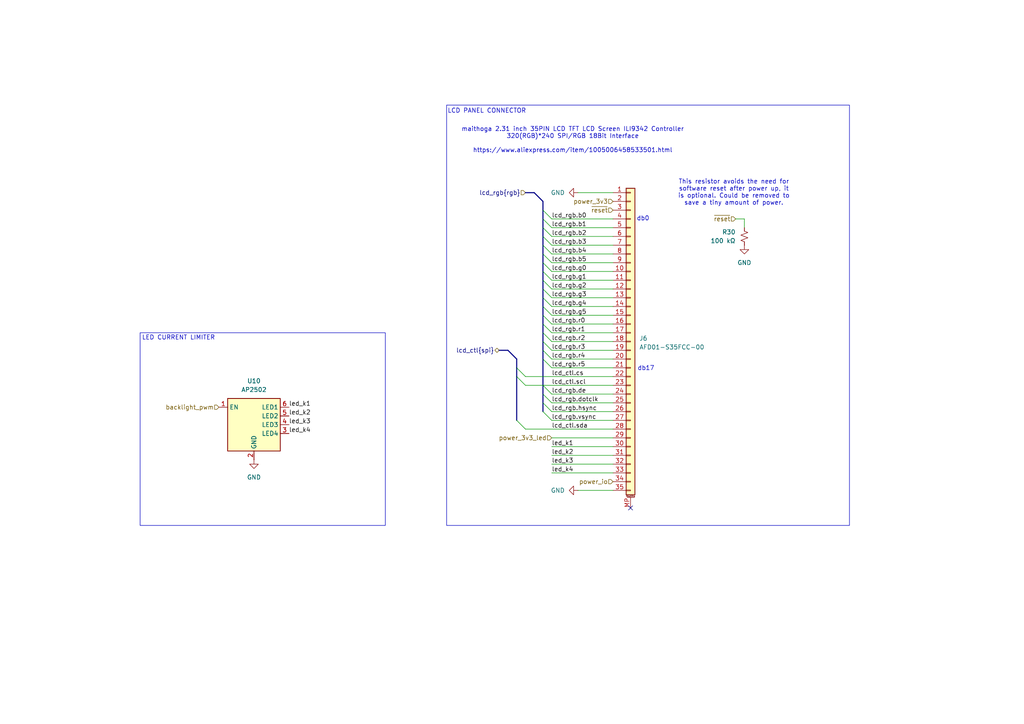
<source format=kicad_sch>
(kicad_sch (version 20250114) (generator "eeschema") (generator_version "9.0")
  (paper "A4")
  (title_block (title "LCD FPC connector & backlight driver") (date "2024-11-14") (rev "Rev1") (comment 1 "Author: Aidan MacDonald"))
  (lib_symbols
    (symbol "Connector_Generic_MountingPin:Conn_01x35_MountingPin" (pin_names (offset 1.016) (hide yes))
      (property "Reference" "J" (at 0 45.72 0))
      (property "Value" "Conn_01x35_MountingPin" (at 1.27 -45.72 0))
      (symbol "Conn_01x35_MountingPin_1_1"
        (rectangle (start -1.27 44.45) (end 1.27 -44.45) (stroke (width 0.254)) (fill (type background)))
        (rectangle (start -1.27 43.307) (end 0 43.053) (stroke (width 0.1524)))
        (rectangle (start -1.27 40.767) (end 0 40.513) (stroke (width 0.1524)))
        (rectangle (start -1.27 38.227) (end 0 37.973) (stroke (width 0.1524)))
        (rectangle (start -1.27 35.687) (end 0 35.433) (stroke (width 0.1524)))
        (rectangle (start -1.27 33.147) (end 0 32.893) (stroke (width 0.1524)))
        (rectangle (start -1.27 30.607) (end 0 30.353) (stroke (width 0.1524)))
        (rectangle (start -1.27 28.067) (end 0 27.813) (stroke (width 0.1524)))
        (rectangle (start -1.27 25.527) (end 0 25.273) (stroke (width 0.1524)))
        (rectangle (start -1.27 22.987) (end 0 22.733) (stroke (width 0.1524)))
        (rectangle (start -1.27 20.447) (end 0 20.193) (stroke (width 0.1524)))
        (rectangle (start -1.27 17.907) (end 0 17.653) (stroke (width 0.1524)))
        (rectangle (start -1.27 15.367) (end 0 15.113) (stroke (width 0.1524)))
        (rectangle (start -1.27 12.827) (end 0 12.573) (stroke (width 0.1524)))
        (rectangle (start -1.27 10.287) (end 0 10.033) (stroke (width 0.1524)))
        (rectangle (start -1.27 7.747) (end 0 7.493) (stroke (width 0.1524)))
        (rectangle (start -1.27 5.207) (end 0 4.953) (stroke (width 0.1524)))
        (rectangle (start -1.27 2.667) (end 0 2.413) (stroke (width 0.1524)))
        (rectangle (start -1.27 0.127) (end 0 -0.127) (stroke (width 0.1524)))
        (rectangle (start -1.27 -2.413) (end 0 -2.667) (stroke (width 0.1524)))
        (rectangle (start -1.27 -4.953) (end 0 -5.207) (stroke (width 0.1524)))
        (rectangle (start -1.27 -7.493) (end 0 -7.747) (stroke (width 0.1524)))
        (rectangle (start -1.27 -10.033) (end 0 -10.287) (stroke (width 0.1524)))
        (rectangle (start -1.27 -12.573) (end 0 -12.827) (stroke (width 0.1524)))
        (rectangle (start -1.27 -15.113) (end 0 -15.367) (stroke (width 0.1524)))
        (rectangle (start -1.27 -17.653) (end 0 -17.907) (stroke (width 0.1524)))
        (rectangle (start -1.27 -20.193) (end 0 -20.447) (stroke (width 0.1524)))
        (rectangle (start -1.27 -22.733) (end 0 -22.987) (stroke (width 0.1524)))
        (rectangle (start -1.27 -25.273) (end 0 -25.527) (stroke (width 0.1524)))
        (rectangle (start -1.27 -27.813) (end 0 -28.067) (stroke (width 0.1524)))
        (rectangle (start -1.27 -30.353) (end 0 -30.607) (stroke (width 0.1524)))
        (rectangle (start -1.27 -32.893) (end 0 -33.147) (stroke (width 0.1524)))
        (rectangle (start -1.27 -35.433) (end 0 -35.687) (stroke (width 0.1524)))
        (rectangle (start -1.27 -37.973) (end 0 -38.227) (stroke (width 0.1524)))
        (rectangle (start -1.27 -40.513) (end 0 -40.767) (stroke (width 0.1524)))
        (rectangle (start -1.27 -43.053) (end 0 -43.307) (stroke (width 0.1524)))
        (polyline (pts (xy -1.016 -45.212) (xy 1.016 -45.212)) (stroke (width 0.1524)))
        (text "Mounting" (at 0 -44.831 0) (effects (font (size 0.381 0.381))))
        (pin passive line (at -5.08 43.18 0) (length 3.81) (name "Pin_1") (number "1"))
        (pin passive line (at -5.08 40.64 0) (length 3.81) (name "Pin_2") (number "2"))
        (pin passive line (at -5.08 38.1 0) (length 3.81) (name "Pin_3") (number "3"))
        (pin passive line (at -5.08 35.56 0) (length 3.81) (name "Pin_4") (number "4"))
        (pin passive line (at -5.08 33.02 0) (length 3.81) (name "Pin_5") (number "5"))
        (pin passive line (at -5.08 30.48 0) (length 3.81) (name "Pin_6") (number "6"))
        (pin passive line (at -5.08 27.94 0) (length 3.81) (name "Pin_7") (number "7"))
        (pin passive line (at -5.08 25.4 0) (length 3.81) (name "Pin_8") (number "8"))
        (pin passive line (at -5.08 22.86 0) (length 3.81) (name "Pin_9") (number "9"))
        (pin passive line (at -5.08 20.32 0) (length 3.81) (name "Pin_10") (number "10"))
        (pin passive line (at -5.08 17.78 0) (length 3.81) (name "Pin_11") (number "11"))
        (pin passive line (at -5.08 15.24 0) (length 3.81) (name "Pin_12") (number "12"))
        (pin passive line (at -5.08 12.7 0) (length 3.81) (name "Pin_13") (number "13"))
        (pin passive line (at -5.08 10.16 0) (length 3.81) (name "Pin_14") (number "14"))
        (pin passive line (at -5.08 7.62 0) (length 3.81) (name "Pin_15") (number "15"))
        (pin passive line (at -5.08 5.08 0) (length 3.81) (name "Pin_16") (number "16"))
        (pin passive line (at -5.08 2.54 0) (length 3.81) (name "Pin_17") (number "17"))
        (pin passive line (at -5.08 0 0) (length 3.81) (name "Pin_18") (number "18"))
        (pin passive line (at -5.08 -2.54 0) (length 3.81) (name "Pin_19") (number "19"))
        (pin passive line (at -5.08 -5.08 0) (length 3.81) (name "Pin_20") (number "20"))
        (pin passive line (at -5.08 -7.62 0) (length 3.81) (name "Pin_21") (number "21"))
        (pin passive line (at -5.08 -10.16 0) (length 3.81) (name "Pin_22") (number "22"))
        (pin passive line (at -5.08 -12.7 0) (length 3.81) (name "Pin_23") (number "23"))
        (pin passive line (at -5.08 -15.24 0) (length 3.81) (name "Pin_24") (number "24"))
        (pin passive line (at -5.08 -17.78 0) (length 3.81) (name "Pin_25") (number "25"))
        (pin passive line (at -5.08 -20.32 0) (length 3.81) (name "Pin_26") (number "26"))
        (pin passive line (at -5.08 -22.86 0) (length 3.81) (name "Pin_27") (number "27"))
        (pin passive line (at -5.08 -25.4 0) (length 3.81) (name "Pin_28") (number "28"))
        (pin passive line (at -5.08 -27.94 0) (length 3.81) (name "Pin_29") (number "29"))
        (pin passive line (at -5.08 -30.48 0) (length 3.81) (name "Pin_30") (number "30"))
        (pin passive line (at -5.08 -33.02 0) (length 3.81) (name "Pin_31") (number "31"))
        (pin passive line (at -5.08 -35.56 0) (length 3.81) (name "Pin_32") (number "32"))
        (pin passive line (at -5.08 -38.1 0) (length 3.81) (name "Pin_33") (number "33"))
        (pin passive line (at -5.08 -40.64 0) (length 3.81) (name "Pin_34") (number "34"))
        (pin passive line (at -5.08 -43.18 0) (length 3.81) (name "Pin_35") (number "35"))
        (pin passive line (at 0 -48.26 90) (length 3.048) (name "MountPin") (number "MP"))
      )
    )
    (symbol "Device:R_Small_US" (pin_numbers (hide yes)) (pin_names (offset 0.254) (hide yes))
      (property "Reference" "R" (at 0.762 0.508 0))
      (property "Value" "R_Small_US" (at 0.762 -1.016 0))
      (symbol "R_Small_US_1_1"
        (polyline (pts (xy 0 1.524) (xy 1.016 1.143) (xy 0 0.762) (xy -1.016 0.381) (xy 0 0)))
        (polyline (pts (xy 0 0) (xy 1.016 -0.381) (xy 0 -0.762) (xy -1.016 -1.143) (xy 0 -1.524)))
        (pin passive line (at 0 2.54 270) (length 1.016) (name "~") (number "1"))
        (pin passive line (at 0 -2.54 90) (length 1.016) (name "~") (number "2"))
      )
    )
    (symbol "echoplayer:AP2502"
      (property "Reference" "U" (at 4.318 11.43 0))
      (property "Value" "AP2502" (at 7.366 9.144 0))
      (symbol "AP2502_0_1"
        (rectangle (start -7.62 7.62) (end 7.62 -7.62) (stroke (width 0.254)) (fill (type background)))
      )
      (symbol "AP2502_1_1"
        (pin input line (at -10.16 5.08 0) (length 2.54) (name "EN") (number "1"))
        (pin power_in line (at 0 -10.16 90) (length 2.54) (name "GND") (number "2"))
        (pin passive line (at 10.16 5.08 180) (length 2.54) (name "LED1") (number "6"))
        (pin input line (at 10.16 2.54 180) (length 2.54) (name "LED2") (number "5"))
        (pin passive line (at 10.16 0 180) (length 2.54) (name "LED3") (number "4"))
        (pin passive line (at 10.16 -2.54 180) (length 2.54) (name "LED4") (number "3"))
      )
    )
    (symbol "power:GND" (power) (pin_numbers (hide yes)) (pin_names (offset 0) (hide yes))
      (property "Value" "GND" (at 0 -3.81 0))
      (symbol "GND_0_1"
        (polyline (pts (xy 0 0) (xy 0 -1.27) (xy 1.27 -1.27) (xy 0 -2.54) (xy -1.27 -1.27) (xy 0 -1.27)))
      )
      (symbol "GND_1_1"
        (pin power_in line (at 0 0 270) (length 0) (name "~") (number "1"))
      )
    )
  )
  (rectangle (start 129.54 30.48) (end 246.38 152.4))
  (rectangle (start 40.64 96.52) (end 111.76 152.4))
  (text "LCD PANEL CONNECTOR" (at 129.794 32.258 0) (effects (font (size 1.27 1.27)) (justify left)))
  (text "LED CURRENT LIMITER" (at 41.148 98.044 0) (effects (font (size 1.27 1.27)) (justify left)))
  (text "maithoga 2.31 inch 35PIN LCD TFT LCD Screen ILI9342 Controller\n320(RGB)*240 SPI/RGB 18Bit Interface\n\nhttps://www.aliexpress.com/item/1005006458533501.html" (at 166.116 40.64 0) (effects (font (size 1.27 1.27))))
  (text "db0" (at 184.658 62.738 0) (effects (font (size 1.27 1.27)) (justify left top)))
  (text "This resistor avoids the need for\nsoftware reset after power up, it\nis optional. Could be removed to\nsave a tiny amount of power." (at 212.852 55.88 0) (effects (font (size 1.27 1.27))))
  (text "db17" (at 184.912 106.172 0) (effects (font (size 1.27 1.27)) (justify left top)))
  (no_connect (at 182.88 147.32))
  (bus_entry (at 157.48 99.06) (size 2.54 2.54))
  (bus_entry (at 157.48 93.98) (size 2.54 2.54))
  (bus_entry (at 157.48 71.12) (size 2.54 2.54))
  (bus_entry (at 149.86 109.22) (size 2.54 2.54))
  (bus_entry (at 157.48 73.66) (size 2.54 2.54))
  (bus_entry (at 157.48 96.52) (size 2.54 2.54))
  (bus_entry (at 157.48 76.2) (size 2.54 2.54))
  (bus_entry (at 157.48 60.96) (size 2.54 2.54))
  (bus_entry (at 149.86 121.92) (size 2.54 2.54))
  (bus_entry (at 157.48 111.76) (size 2.54 2.54))
  (bus_entry (at 157.48 104.14) (size 2.54 2.54))
  (bus_entry (at 157.48 91.44) (size 2.54 2.54))
  (bus_entry (at 157.48 119.38) (size 2.54 2.54))
  (bus_entry (at 157.48 78.74) (size 2.54 2.54))
  (bus_entry (at 157.48 66.04) (size 2.54 2.54))
  (bus_entry (at 157.48 88.9) (size 2.54 2.54))
  (bus_entry (at 157.48 63.5) (size 2.54 2.54))
  (bus_entry (at 157.48 116.84) (size 2.54 2.54))
  (bus_entry (at 157.48 101.6) (size 2.54 2.54))
  (bus_entry (at 157.48 114.3) (size 2.54 2.54))
  (bus_entry (at 157.48 86.36) (size 2.54 2.54))
  (bus_entry (at 157.48 83.82) (size 2.54 2.54))
  (bus_entry (at 157.48 68.58) (size 2.54 2.54))
  (bus_entry (at 149.86 106.68) (size 2.54 2.54))
  (bus_entry (at 157.48 81.28) (size 2.54 2.54))
  (bus (pts (xy 157.48 91.44) (xy 157.48 93.98)))
  (wire (pts (xy 160.02 121.92) (xy 177.8 121.92)))
  (bus (pts (xy 157.48 60.96) (xy 157.48 63.5)))
  (bus (pts (xy 157.48 88.9) (xy 157.48 91.44)))
  (bus (pts (xy 147.32 101.6) (xy 149.86 104.14)))
  (wire (pts (xy 160.02 106.68) (xy 177.8 106.68)))
  (bus (pts (xy 157.48 68.58) (xy 157.48 71.12)))
  (wire (pts (xy 160.02 66.04) (xy 177.8 66.04)))
  (bus (pts (xy 149.86 106.68) (xy 149.86 109.22)))
  (wire (pts (xy 213.36 63.5) (xy 215.9 63.5)))
  (wire (pts (xy 160.02 127) (xy 177.8 127)))
  (wire (pts (xy 160.02 129.54) (xy 177.8 129.54)))
  (wire (pts (xy 160.02 71.12) (xy 177.8 71.12)))
  (wire (pts (xy 157.48 111.76) (xy 177.8 111.76)))
  (bus (pts (xy 149.86 109.22) (xy 149.86 121.92)))
  (wire (pts (xy 160.02 68.58) (xy 177.8 68.58)))
  (wire (pts (xy 160.02 91.44) (xy 177.8 91.44)))
  (bus (pts (xy 152.4 55.88) (xy 154.94 55.88)))
  (wire (pts (xy 160.02 104.14) (xy 177.8 104.14)))
  (bus (pts (xy 157.48 73.66) (xy 157.48 76.2)))
  (bus (pts (xy 157.48 83.82) (xy 157.48 86.36)))
  (bus (pts (xy 157.48 116.84) (xy 157.48 119.38)))
  (bus (pts (xy 157.48 66.04) (xy 157.48 68.58)))
  (wire (pts (xy 160.02 132.08) (xy 177.8 132.08)))
  (wire (pts (xy 152.4 111.76) (xy 157.48 111.76)))
  (bus (pts (xy 157.48 104.14) (xy 157.48 111.76)))
  (wire (pts (xy 160.02 76.2) (xy 177.8 76.2)))
  (bus (pts (xy 157.48 81.28) (xy 157.48 83.82)))
  (wire (pts (xy 160.02 137.16) (xy 177.8 137.16)))
  (bus (pts (xy 157.48 114.3) (xy 157.48 116.84)))
  (wire (pts (xy 160.02 83.82) (xy 177.8 83.82)))
  (wire (pts (xy 160.02 93.98) (xy 177.8 93.98)))
  (wire (pts (xy 160.02 134.62) (xy 177.8 134.62)))
  (bus (pts (xy 157.48 60.96) (xy 157.48 58.42)))
  (wire (pts (xy 160.02 116.84) (xy 177.8 116.84)))
  (wire (pts (xy 160.02 73.66) (xy 177.8 73.66)))
  (bus (pts (xy 149.86 104.14) (xy 149.86 106.68)))
  (bus (pts (xy 157.48 63.5) (xy 157.48 66.04)))
  (wire (pts (xy 160.02 88.9) (xy 177.8 88.9)))
  (bus (pts (xy 157.48 101.6) (xy 157.48 104.14)))
  (bus (pts (xy 157.48 111.76) (xy 157.48 114.3)))
  (wire (pts (xy 152.4 109.22) (xy 177.8 109.22)))
  (wire (pts (xy 160.02 96.52) (xy 177.8 96.52)))
  (wire (pts (xy 215.9 63.5) (xy 215.9 66.04)))
  (bus (pts (xy 157.48 99.06) (xy 157.48 101.6)))
  (wire (pts (xy 160.02 81.28) (xy 177.8 81.28)))
  (bus (pts (xy 144.78 101.6) (xy 147.32 101.6)))
  (wire (pts (xy 160.02 63.5) (xy 177.8 63.5)))
  (wire (pts (xy 160.02 119.38) (xy 177.8 119.38)))
  (bus (pts (xy 154.94 55.88) (xy 157.48 58.42)))
  (wire (pts (xy 160.02 114.3) (xy 177.8 114.3)))
  (wire (pts (xy 160.02 101.6) (xy 177.8 101.6)))
  (wire (pts (xy 160.02 99.06) (xy 177.8 99.06)))
  (wire (pts (xy 167.64 142.24) (xy 177.8 142.24)))
  (bus (pts (xy 157.48 96.52) (xy 157.48 99.06)))
  (bus (pts (xy 157.48 93.98) (xy 157.48 96.52)))
  (wire (pts (xy 160.02 86.36) (xy 177.8 86.36)))
  (bus (pts (xy 157.48 86.36) (xy 157.48 88.9)))
  (wire (pts (xy 160.02 78.74) (xy 177.8 78.74)))
  (bus (pts (xy 157.48 76.2) (xy 157.48 78.74)))
  (bus (pts (xy 157.48 78.74) (xy 157.48 81.28)))
  (bus (pts (xy 157.48 71.12) (xy 157.48 73.66)))
  (wire (pts (xy 167.64 55.88) (xy 177.8 55.88)))
  (wire (pts (xy 152.4 124.46) (xy 177.8 124.46)))
  (label "lcd_ctl.scl" (at 160.02 111.76 0))
  (label "lcd_rgb.dotclk" (at 160.02 116.84 0))
  (label "lcd_rgb.r5" (at 160.02 106.68 0))
  (label "lcd_ctl.sda" (at 160.02 124.46 0))
  (label "lcd_rgb.g5" (at 160.02 91.44 0))
  (label "lcd_rgb.g0" (at 160.02 78.74 0))
  (label "lcd_rgb.g1" (at 160.02 81.28 0))
  (label "lcd_rgb.b5" (at 160.02 76.2 0))
  (label "led_k3" (at 83.82 123.19 0))
  (label "lcd_rgb.b2" (at 160.02 68.58 0))
  (label "lcd_rgb.vsync" (at 160.02 121.92 0))
  (label "led_k1" (at 160.02 129.54 0))
  (label "lcd_rgb.r0" (at 160.02 93.98 0))
  (label "lcd_rgb.g2" (at 160.02 83.82 0))
  (label "lcd_rgb.b3" (at 160.02 71.12 0))
  (label "led_k2" (at 83.82 120.65 0))
  (label "lcd_ctl.cs" (at 160.02 109.22 0))
  (label "lcd_rgb.hsync" (at 160.02 119.38 0))
  (label "led_k3" (at 160.02 134.62 0))
  (label "lcd_rgb.g3" (at 160.02 86.36 0))
  (label "led_k4" (at 83.82 125.73 0))
  (label "lcd_rgb.b4" (at 160.02 73.66 0))
  (label "lcd_rgb.b0" (at 160.02 63.5 0))
  (label "lcd_rgb.r3" (at 160.02 101.6 0))
  (label "led_k2" (at 160.02 132.08 0))
  (label "lcd_rgb.r4" (at 160.02 104.14 0))
  (label "led_k1" (at 83.82 118.11 0))
  (label "led_k4" (at 160.02 137.16 0))
  (label "lcd_rgb.r2" (at 160.02 99.06 0))
  (label "lcd_rgb.r1" (at 160.02 96.52 0))
  (label "lcd_rgb.g4" (at 160.02 88.9 0))
  (label "lcd_rgb.de" (at 160.02 114.3 0))
  (label "lcd_rgb.b1" (at 160.02 66.04 0))
  (hierarchical_label "power_io" (shape input) (at 177.8 139.7 180))
  (hierarchical_label "backlight_pwm" (shape input) (at 63.5 118.11 180))
  (hierarchical_label "~{reset}" (shape input) (at 177.8 60.96 180))
  (hierarchical_label "power_3v3" (shape input) (at 177.8 58.42 180))
  (hierarchical_label "lcd_ctl{spi}" (shape bidirectional) (at 144.78 101.6 180))
  (hierarchical_label "lcd_rgb{rgb}" (shape input) (at 152.4 55.88 180))
  (hierarchical_label "~{reset}" (shape input) (at 213.36 63.5 180))
  (hierarchical_label "power_3v3_led" (shape input) (at 160.02 127 180))
  (symbol (lib_id "power:GND") (at 215.9 71.12 0) (unit 1)
    (property "Reference" "#PWR059" (effects (hide yes)))
    (property "Value" "GND" (at 215.9 76.2 0))
    (property "Description" "Power symbol creates a global label with name \"GND\" , ground" (effects (hide yes)))
  )
  (symbol (lib_id "Connector_Generic_MountingPin:Conn_01x35_MountingPin") (at 182.88 99.06 0) (unit 1)
    (property "Reference" "J6" (at 185.42 98.1455 0) (effects (justify left)))
    (property "Value" "AFD01-S35FCC-00" (at 185.42 100.6855 0) (effects (justify left)))
    (property "Footprint" "echoplayer:Conn_Jushuo_AFD01-S35FCC-00_RTL" (effects (hide yes)))
    (property "Datasheet" "https://www.lcsc.com/datasheet/lcsc_datasheet_2309211648_JUSHUO-AFD01-S35FCC-00_C18198555.pdf" (effects (hide yes)))
    (property "Description" "Generic connectable mounting pin connector, single row, 01x35, script generated (kicad-library-utils/schlib/autogen/connector/)" (effects (hide yes)))
    (property "LCSC#" "C18198555" (effects (hide yes)))
  )
  (symbol (lib_id "power:GND") (at 167.64 142.24 270) (unit 1)
    (property "Reference" "#PWR055" (effects (hide yes)))
    (property "Value" "GND" (at 163.83 142.2399 90) (effects (justify right)))
    (property "Description" "Power symbol creates a global label with name \"GND\" , ground" (effects (hide yes)))
  )
  (symbol (lib_id "power:GND") (at 73.66 133.35 0) (unit 1)
    (property "Reference" "#PWR031" (effects (hide yes)))
    (property "Value" "GND" (at 73.66 138.43 0))
    (property "Description" "Power symbol creates a global label with name \"GND\" , ground" (effects (hide yes)))
  )
  (symbol (lib_id "echoplayer:AP2502") (at 73.66 123.19 0) (unit 1)
    (property "Reference" "U10" (at 73.66 110.49 0))
    (property "Value" "AP2502" (at 73.66 113.03 0))
    (property "Footprint" "Package_TO_SOT_SMD:SOT-23-6" (effects (hide yes)))
    (property "Datasheet" "https://www.diodes.com/datasheet/download/AP2502.pdf" (effects (hide yes)))
    (property "Description" "4-channel linear constant current sink, SOT-23-6" (effects (hide yes)))
    (property "LCSC#" "C460349" (effects (hide yes)))
  )
  (symbol (lib_id "Device:R_Small_US") (at 215.9 68.58 0) (unit 1)
    (property "Reference" "R30" (at 213.36 67.3099 0) (effects (justify right)))
    (property "Value" "100 kΩ" (at 213.36 69.8499 0) (effects (justify right)))
    (property "Footprint" "Resistor_SMD:R_0402_1005Metric" (effects (hide yes)))
    (property "Description" "Resistor, small US symbol" (effects (hide yes)))
    (property "LCSC#" "C60491" (effects (hide yes)))
  )
  (symbol (lib_id "power:GND") (at 167.64 55.88 270) (unit 1)
    (property "Reference" "#PWR054" (effects (hide yes)))
    (property "Value" "GND" (at 163.83 55.8799 90) (effects (justify right)))
    (property "Description" "Power symbol creates a global label with name \"GND\" , ground" (effects (hide yes)))
  )
)
</source>
